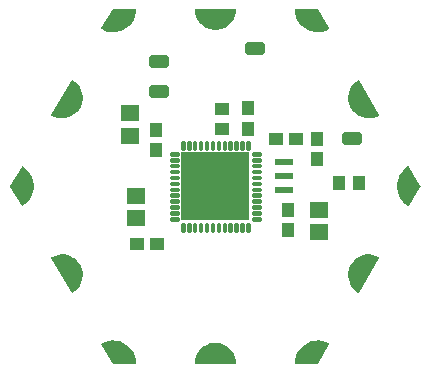
<source format=gbr>
G04 EAGLE Gerber RS-274X export*
G75*
%MOMM*%
%FSLAX34Y34*%
%LPD*%
%INSoldermask Bottom*%
%IPPOS*%
%AMOC8*
5,1,8,0,0,1.08239X$1,22.5*%
G01*
%ADD10R,1.101600X1.201600*%
%ADD11R,1.601600X1.401600*%
%ADD12C,0.225016*%
%ADD13R,5.801588X5.801588*%
%ADD14R,1.501597X0.501600*%
%ADD15R,1.201600X1.101600*%
%ADD16C,0.605878*%
%ADD17C,1.101600*%

G36*
X363231Y195709D02*
X363231Y195709D01*
X363260Y195706D01*
X363327Y195728D01*
X363397Y195742D01*
X363421Y195759D01*
X363449Y195768D01*
X363502Y195815D01*
X363561Y195855D01*
X363577Y195879D01*
X363599Y195899D01*
X363630Y195963D01*
X363668Y196022D01*
X363673Y196051D01*
X363685Y196077D01*
X363694Y196177D01*
X363701Y196219D01*
X363698Y196229D01*
X363700Y196243D01*
X363468Y199041D01*
X363458Y199075D01*
X363454Y199123D01*
X362765Y201844D01*
X362750Y201876D01*
X362738Y201922D01*
X361610Y204494D01*
X361590Y204522D01*
X361571Y204566D01*
X360035Y206917D01*
X360011Y206941D01*
X359985Y206982D01*
X358083Y209047D01*
X358055Y209068D01*
X358022Y209103D01*
X355807Y210828D01*
X355776Y210843D01*
X355738Y210873D01*
X353268Y212209D01*
X353235Y212219D01*
X353193Y212242D01*
X352007Y212650D01*
X350553Y213149D01*
X350537Y213154D01*
X350503Y213159D01*
X350457Y213174D01*
X347688Y213636D01*
X347653Y213635D01*
X347606Y213643D01*
X344798Y213643D01*
X344764Y213636D01*
X344716Y213636D01*
X341947Y213174D01*
X341914Y213162D01*
X341867Y213154D01*
X339211Y212242D01*
X339181Y212225D01*
X339136Y212209D01*
X336666Y210873D01*
X336640Y210851D01*
X336597Y210828D01*
X334382Y209103D01*
X334359Y209077D01*
X334321Y209047D01*
X332419Y206982D01*
X332401Y206952D01*
X332369Y206917D01*
X330833Y204566D01*
X330820Y204534D01*
X330794Y204494D01*
X329666Y201922D01*
X329659Y201889D01*
X329656Y201882D01*
X329650Y201873D01*
X329649Y201867D01*
X329639Y201844D01*
X328950Y199123D01*
X328948Y199088D01*
X328936Y199041D01*
X328704Y196243D01*
X328708Y196214D01*
X328703Y196185D01*
X328720Y196116D01*
X328728Y196046D01*
X328742Y196020D01*
X328749Y195992D01*
X328791Y195935D01*
X328826Y195873D01*
X328850Y195855D01*
X328867Y195832D01*
X328928Y195796D01*
X328985Y195753D01*
X329013Y195745D01*
X329038Y195730D01*
X329136Y195714D01*
X329177Y195703D01*
X329188Y195705D01*
X329202Y195703D01*
X363202Y195703D01*
X363231Y195709D01*
G37*
G36*
X347640Y478768D02*
X347640Y478768D01*
X347688Y478768D01*
X350457Y479230D01*
X350490Y479242D01*
X350537Y479250D01*
X353193Y480162D01*
X353223Y480179D01*
X353268Y480195D01*
X355738Y481531D01*
X355764Y481553D01*
X355807Y481576D01*
X358022Y483301D01*
X358045Y483327D01*
X358083Y483357D01*
X359985Y485422D01*
X360003Y485452D01*
X360035Y485487D01*
X361571Y487838D01*
X361584Y487870D01*
X361610Y487910D01*
X362738Y490482D01*
X362745Y490515D01*
X362765Y490560D01*
X363454Y493281D01*
X363456Y493316D01*
X363468Y493363D01*
X363700Y496161D01*
X363696Y496190D01*
X363701Y496219D01*
X363685Y496288D01*
X363676Y496358D01*
X363662Y496384D01*
X363655Y496412D01*
X363613Y496469D01*
X363578Y496531D01*
X363554Y496549D01*
X363537Y496572D01*
X363476Y496608D01*
X363419Y496651D01*
X363391Y496659D01*
X363366Y496674D01*
X363268Y496690D01*
X363227Y496701D01*
X363216Y496699D01*
X363202Y496701D01*
X329202Y496701D01*
X329173Y496695D01*
X329144Y496698D01*
X329077Y496676D01*
X329007Y496662D01*
X328983Y496645D01*
X328955Y496636D01*
X328902Y496589D01*
X328843Y496549D01*
X328828Y496525D01*
X328806Y496505D01*
X328774Y496441D01*
X328736Y496382D01*
X328731Y496353D01*
X328719Y496327D01*
X328710Y496227D01*
X328703Y496185D01*
X328706Y496175D01*
X328704Y496161D01*
X328936Y493363D01*
X328946Y493329D01*
X328950Y493281D01*
X329639Y490560D01*
X329654Y490528D01*
X329666Y490482D01*
X330794Y487910D01*
X330814Y487882D01*
X330833Y487838D01*
X332369Y485487D01*
X332393Y485463D01*
X332419Y485422D01*
X334321Y483357D01*
X334349Y483336D01*
X334382Y483301D01*
X336597Y481576D01*
X336628Y481561D01*
X336666Y481531D01*
X339136Y480195D01*
X339169Y480185D01*
X339211Y480162D01*
X341867Y479250D01*
X341901Y479246D01*
X341947Y479230D01*
X344716Y478768D01*
X344751Y478769D01*
X344798Y478761D01*
X347606Y478761D01*
X347640Y478768D01*
G37*
G36*
X224809Y256012D02*
X224809Y256012D01*
X224880Y256009D01*
X224907Y256019D01*
X224936Y256021D01*
X225026Y256063D01*
X225066Y256078D01*
X225074Y256086D01*
X225087Y256092D01*
X227390Y257691D01*
X227414Y257717D01*
X227454Y257744D01*
X229463Y259701D01*
X229482Y259730D01*
X229517Y259763D01*
X231176Y262024D01*
X231191Y262055D01*
X231220Y262094D01*
X232484Y264597D01*
X232493Y264631D01*
X232515Y264674D01*
X233351Y267351D01*
X233354Y267385D01*
X233369Y267431D01*
X233752Y270210D01*
X233750Y270244D01*
X233756Y270292D01*
X233677Y273095D01*
X233669Y273129D01*
X233668Y273177D01*
X233129Y275929D01*
X233115Y275961D01*
X233106Y276009D01*
X232121Y278634D01*
X232106Y278659D01*
X232101Y278679D01*
X232093Y278690D01*
X232086Y278709D01*
X230682Y281137D01*
X230659Y281163D01*
X230635Y281205D01*
X228851Y283368D01*
X228824Y283390D01*
X228793Y283427D01*
X226677Y285268D01*
X226647Y285285D01*
X226611Y285317D01*
X224220Y286784D01*
X224188Y286795D01*
X224147Y286821D01*
X221548Y287874D01*
X221514Y287881D01*
X221469Y287899D01*
X218732Y288510D01*
X218697Y288511D01*
X218650Y288522D01*
X215850Y288674D01*
X215816Y288669D01*
X215768Y288672D01*
X212980Y288362D01*
X212947Y288351D01*
X212899Y288346D01*
X210201Y287581D01*
X210171Y287565D01*
X210124Y287552D01*
X207589Y286353D01*
X207565Y286336D01*
X207538Y286326D01*
X207486Y286277D01*
X207429Y286234D01*
X207415Y286209D01*
X207394Y286189D01*
X207365Y286124D01*
X207329Y286063D01*
X207326Y286034D01*
X207314Y286007D01*
X207313Y285936D01*
X207304Y285865D01*
X207312Y285837D01*
X207312Y285808D01*
X207346Y285715D01*
X207358Y285674D01*
X207365Y285665D01*
X207370Y285652D01*
X224370Y256252D01*
X224389Y256230D01*
X224402Y256204D01*
X224455Y256156D01*
X224502Y256103D01*
X224528Y256091D01*
X224550Y256071D01*
X224617Y256048D01*
X224681Y256018D01*
X224710Y256016D01*
X224738Y256007D01*
X224809Y256012D01*
G37*
G36*
X476588Y403735D02*
X476588Y403735D01*
X476636Y403732D01*
X479424Y404042D01*
X479457Y404053D01*
X479505Y404058D01*
X482203Y404823D01*
X482233Y404839D01*
X482280Y404852D01*
X484815Y406051D01*
X484839Y406068D01*
X484866Y406078D01*
X484918Y406127D01*
X484975Y406170D01*
X484989Y406195D01*
X485011Y406215D01*
X485039Y406280D01*
X485075Y406342D01*
X485078Y406370D01*
X485090Y406397D01*
X485091Y406468D01*
X485100Y406539D01*
X485092Y406567D01*
X485092Y406596D01*
X485058Y406689D01*
X485046Y406730D01*
X485039Y406739D01*
X485034Y406752D01*
X468034Y436152D01*
X468015Y436174D01*
X468002Y436200D01*
X467949Y436248D01*
X467902Y436301D01*
X467876Y436313D01*
X467854Y436333D01*
X467787Y436356D01*
X467723Y436386D01*
X467694Y436388D01*
X467666Y436397D01*
X467595Y436392D01*
X467524Y436395D01*
X467497Y436385D01*
X467468Y436383D01*
X467378Y436341D01*
X467338Y436326D01*
X467330Y436318D01*
X467317Y436312D01*
X465014Y434713D01*
X464990Y434688D01*
X464950Y434660D01*
X462941Y432703D01*
X462922Y432674D01*
X462887Y432641D01*
X461228Y430380D01*
X461213Y430349D01*
X461184Y430310D01*
X459920Y427807D01*
X459911Y427773D01*
X459889Y427730D01*
X459053Y425053D01*
X459050Y425019D01*
X459035Y424973D01*
X458652Y422194D01*
X458654Y422160D01*
X458648Y422112D01*
X458727Y419309D01*
X458735Y419275D01*
X458736Y419227D01*
X459275Y416475D01*
X459289Y416443D01*
X459298Y416395D01*
X460283Y413770D01*
X460301Y413740D01*
X460318Y413695D01*
X461722Y411267D01*
X461745Y411241D01*
X461769Y411200D01*
X463553Y409036D01*
X463580Y409014D01*
X463611Y408977D01*
X465727Y407136D01*
X465757Y407119D01*
X465793Y407088D01*
X468184Y405620D01*
X468216Y405609D01*
X468257Y405583D01*
X470856Y404530D01*
X470890Y404523D01*
X470935Y404505D01*
X473672Y403894D01*
X473707Y403893D01*
X473754Y403882D01*
X476554Y403730D01*
X476588Y403735D01*
G37*
G36*
X467628Y256013D02*
X467628Y256013D01*
X467699Y256012D01*
X467726Y256023D01*
X467755Y256027D01*
X467817Y256061D01*
X467882Y256089D01*
X467903Y256110D01*
X467928Y256124D01*
X467991Y256200D01*
X468021Y256231D01*
X468025Y256241D01*
X468034Y256252D01*
X485034Y285652D01*
X485043Y285680D01*
X485060Y285704D01*
X485075Y285773D01*
X485097Y285841D01*
X485095Y285870D01*
X485101Y285898D01*
X485088Y285968D01*
X485082Y286039D01*
X485069Y286065D01*
X485063Y286093D01*
X485023Y286152D01*
X484991Y286215D01*
X484968Y286234D01*
X484952Y286258D01*
X484870Y286315D01*
X484837Y286342D01*
X484827Y286345D01*
X484815Y286353D01*
X482280Y287552D01*
X482246Y287560D01*
X482203Y287581D01*
X479505Y288346D01*
X479470Y288348D01*
X479424Y288362D01*
X476636Y288672D01*
X476602Y288669D01*
X476554Y288674D01*
X473754Y288522D01*
X473720Y288513D01*
X473672Y288510D01*
X470935Y287899D01*
X470903Y287885D01*
X470856Y287874D01*
X468257Y286821D01*
X468228Y286802D01*
X468184Y286784D01*
X465793Y285317D01*
X465768Y285293D01*
X465727Y285268D01*
X463611Y283427D01*
X463590Y283400D01*
X463553Y283368D01*
X461769Y281205D01*
X461753Y281174D01*
X461722Y281137D01*
X460318Y278709D01*
X460307Y278676D01*
X460300Y278663D01*
X460290Y278649D01*
X460290Y278646D01*
X460283Y278634D01*
X459298Y276009D01*
X459292Y275974D01*
X459275Y275929D01*
X458736Y273177D01*
X458736Y273143D01*
X458727Y273095D01*
X458648Y270292D01*
X458654Y270258D01*
X458652Y270210D01*
X459035Y267431D01*
X459047Y267399D01*
X459053Y267351D01*
X459889Y264674D01*
X459906Y264643D01*
X459920Y264597D01*
X461184Y262094D01*
X461206Y262067D01*
X461228Y262024D01*
X462887Y259763D01*
X462913Y259740D01*
X462941Y259701D01*
X464950Y257744D01*
X464979Y257725D01*
X465014Y257691D01*
X467317Y256092D01*
X467344Y256080D01*
X467367Y256062D01*
X467435Y256041D01*
X467500Y256013D01*
X467529Y256013D01*
X467557Y256005D01*
X467628Y256013D01*
G37*
G36*
X218650Y403882D02*
X218650Y403882D01*
X218684Y403891D01*
X218732Y403894D01*
X221469Y404505D01*
X221501Y404519D01*
X221548Y404530D01*
X224147Y405583D01*
X224176Y405602D01*
X224220Y405620D01*
X226611Y407088D01*
X226636Y407111D01*
X226677Y407136D01*
X228793Y408977D01*
X228814Y409004D01*
X228851Y409036D01*
X230635Y411200D01*
X230651Y411230D01*
X230682Y411267D01*
X232086Y413695D01*
X232097Y413728D01*
X232121Y413770D01*
X233106Y416395D01*
X233112Y416430D01*
X233129Y416475D01*
X233668Y419227D01*
X233668Y419262D01*
X233677Y419309D01*
X233756Y422112D01*
X233751Y422146D01*
X233752Y422194D01*
X233369Y424973D01*
X233357Y425005D01*
X233351Y425053D01*
X232515Y427730D01*
X232498Y427761D01*
X232484Y427807D01*
X231220Y430310D01*
X231198Y430337D01*
X231176Y430380D01*
X229517Y432641D01*
X229491Y432664D01*
X229463Y432703D01*
X227454Y434660D01*
X227425Y434679D01*
X227390Y434713D01*
X225087Y436312D01*
X225060Y436324D01*
X225037Y436342D01*
X224969Y436363D01*
X224904Y436391D01*
X224875Y436391D01*
X224847Y436399D01*
X224776Y436391D01*
X224705Y436392D01*
X224678Y436381D01*
X224649Y436377D01*
X224587Y436343D01*
X224522Y436315D01*
X224501Y436294D01*
X224476Y436280D01*
X224413Y436204D01*
X224383Y436173D01*
X224379Y436163D01*
X224370Y436152D01*
X207370Y406752D01*
X207361Y406724D01*
X207344Y406700D01*
X207329Y406631D01*
X207307Y406563D01*
X207309Y406534D01*
X207303Y406506D01*
X207316Y406436D01*
X207322Y406365D01*
X207335Y406339D01*
X207341Y406311D01*
X207381Y406252D01*
X207413Y406189D01*
X207436Y406170D01*
X207452Y406146D01*
X207534Y406089D01*
X207567Y406062D01*
X207577Y406059D01*
X207589Y406051D01*
X210124Y404852D01*
X210158Y404844D01*
X210201Y404823D01*
X212899Y404058D01*
X212934Y404056D01*
X212980Y404042D01*
X215768Y403732D01*
X215802Y403735D01*
X215850Y403730D01*
X218650Y403882D01*
G37*
G36*
X509929Y329213D02*
X509929Y329213D01*
X510000Y329213D01*
X510027Y329224D01*
X510056Y329227D01*
X510118Y329262D01*
X510183Y329290D01*
X510204Y329310D01*
X510229Y329325D01*
X510292Y329402D01*
X510322Y329432D01*
X510326Y329442D01*
X510335Y329453D01*
X519835Y345953D01*
X519845Y345985D01*
X519854Y345998D01*
X519858Y346022D01*
X519859Y346026D01*
X519890Y346096D01*
X519890Y346120D01*
X519898Y346142D01*
X519892Y346218D01*
X519893Y346295D01*
X519883Y346319D01*
X519882Y346340D01*
X519861Y346379D01*
X519835Y346451D01*
X510335Y362951D01*
X510316Y362973D01*
X510303Y362999D01*
X510250Y363047D01*
X510203Y363100D01*
X510177Y363113D01*
X510156Y363132D01*
X510088Y363155D01*
X510024Y363186D01*
X509995Y363188D01*
X509968Y363197D01*
X509896Y363192D01*
X509825Y363195D01*
X509798Y363185D01*
X509769Y363183D01*
X509679Y363141D01*
X509639Y363126D01*
X509631Y363119D01*
X509618Y363113D01*
X507095Y361371D01*
X507071Y361347D01*
X507033Y361320D01*
X504821Y359196D01*
X504802Y359168D01*
X504768Y359136D01*
X502926Y356685D01*
X502912Y356654D01*
X502883Y356617D01*
X501458Y353902D01*
X501449Y353871D01*
X501433Y353846D01*
X501432Y353838D01*
X501427Y353828D01*
X500456Y350920D01*
X500452Y350886D01*
X500437Y350842D01*
X499945Y347815D01*
X499946Y347781D01*
X499938Y347735D01*
X499938Y344669D01*
X499939Y344665D01*
X499939Y344663D01*
X499945Y344636D01*
X499945Y344589D01*
X500437Y341562D01*
X500449Y341531D01*
X500456Y341484D01*
X501427Y338576D01*
X501444Y338547D01*
X501458Y338502D01*
X502883Y335787D01*
X502905Y335761D01*
X502926Y335719D01*
X504768Y333268D01*
X504793Y333245D01*
X504821Y333208D01*
X507033Y331084D01*
X507061Y331066D01*
X507095Y331033D01*
X509618Y329291D01*
X509645Y329280D01*
X509667Y329261D01*
X509736Y329241D01*
X509801Y329213D01*
X509830Y329213D01*
X509858Y329205D01*
X509929Y329213D01*
G37*
G36*
X182508Y329212D02*
X182508Y329212D01*
X182579Y329209D01*
X182606Y329219D01*
X182635Y329221D01*
X182725Y329263D01*
X182765Y329278D01*
X182773Y329285D01*
X182786Y329291D01*
X185309Y331033D01*
X185333Y331057D01*
X185371Y331084D01*
X187583Y333208D01*
X187602Y333236D01*
X187636Y333268D01*
X189478Y335719D01*
X189492Y335750D01*
X189521Y335787D01*
X190946Y338502D01*
X190955Y338535D01*
X190977Y338576D01*
X191948Y341484D01*
X191952Y341518D01*
X191967Y341562D01*
X192459Y344589D01*
X192458Y344623D01*
X192466Y344669D01*
X192466Y347735D01*
X192459Y347768D01*
X192459Y347815D01*
X191967Y350842D01*
X191955Y350873D01*
X191948Y350920D01*
X190977Y353828D01*
X190964Y353851D01*
X190958Y353876D01*
X190951Y353885D01*
X190946Y353902D01*
X189521Y356617D01*
X189499Y356643D01*
X189478Y356685D01*
X187636Y359136D01*
X187611Y359159D01*
X187583Y359196D01*
X185371Y361320D01*
X185343Y361338D01*
X185309Y361371D01*
X182786Y363113D01*
X182759Y363124D01*
X182737Y363143D01*
X182668Y363163D01*
X182603Y363191D01*
X182574Y363191D01*
X182546Y363199D01*
X182475Y363191D01*
X182404Y363192D01*
X182377Y363180D01*
X182348Y363177D01*
X182286Y363142D01*
X182221Y363114D01*
X182200Y363094D01*
X182175Y363079D01*
X182112Y363002D01*
X182082Y362972D01*
X182078Y362962D01*
X182069Y362951D01*
X172569Y346451D01*
X172545Y346378D01*
X172514Y346308D01*
X172514Y346284D01*
X172506Y346262D01*
X172513Y346186D01*
X172512Y346109D01*
X172521Y346085D01*
X172522Y346064D01*
X172543Y346025D01*
X172562Y345973D01*
X172563Y345967D01*
X172565Y345965D01*
X172569Y345953D01*
X182069Y329453D01*
X182088Y329431D01*
X182101Y329405D01*
X182154Y329357D01*
X182201Y329304D01*
X182227Y329291D01*
X182249Y329272D01*
X182316Y329249D01*
X182380Y329218D01*
X182409Y329217D01*
X182436Y329207D01*
X182508Y329212D01*
G37*
G36*
X432878Y195718D02*
X432878Y195718D01*
X432956Y195727D01*
X432975Y195738D01*
X432997Y195742D01*
X433061Y195786D01*
X433129Y195825D01*
X433145Y195844D01*
X433161Y195855D01*
X433185Y195893D01*
X433235Y195953D01*
X442735Y212453D01*
X442744Y212480D01*
X442760Y212504D01*
X442775Y212574D01*
X442798Y212642D01*
X442795Y212670D01*
X442801Y212698D01*
X442788Y212769D01*
X442782Y212840D01*
X442769Y212865D01*
X442763Y212893D01*
X442723Y212953D01*
X442690Y213016D01*
X442668Y213034D01*
X442652Y213058D01*
X442569Y213116D01*
X442537Y213143D01*
X442526Y213146D01*
X442516Y213153D01*
X439750Y214462D01*
X439717Y214470D01*
X439674Y214490D01*
X436734Y215338D01*
X436700Y215341D01*
X436656Y215354D01*
X433618Y215719D01*
X433584Y215716D01*
X433537Y215722D01*
X430480Y215595D01*
X430447Y215587D01*
X430400Y215586D01*
X427403Y214970D01*
X427372Y214957D01*
X427326Y214948D01*
X424466Y213859D01*
X424438Y213841D01*
X424394Y213825D01*
X421746Y212291D01*
X421720Y212269D01*
X421680Y212246D01*
X419312Y210308D01*
X419290Y210281D01*
X419254Y210252D01*
X417227Y207959D01*
X417211Y207930D01*
X417179Y207895D01*
X415547Y205307D01*
X415535Y205275D01*
X415510Y205236D01*
X414314Y202419D01*
X414307Y202386D01*
X414304Y202379D01*
X414300Y202373D01*
X414299Y202367D01*
X414288Y202343D01*
X413560Y199371D01*
X413558Y199337D01*
X413547Y199292D01*
X413304Y196242D01*
X413308Y196213D01*
X413303Y196185D01*
X413320Y196116D01*
X413328Y196044D01*
X413343Y196020D01*
X413349Y195992D01*
X413392Y195934D01*
X413428Y195872D01*
X413450Y195855D01*
X413467Y195832D01*
X413529Y195795D01*
X413586Y195752D01*
X413614Y195745D01*
X413638Y195730D01*
X413738Y195714D01*
X413779Y195703D01*
X413789Y195705D01*
X413802Y195703D01*
X432802Y195703D01*
X432878Y195718D01*
G37*
G36*
X433571Y476687D02*
X433571Y476687D01*
X433618Y476685D01*
X436656Y477050D01*
X436688Y477061D01*
X436734Y477066D01*
X439674Y477914D01*
X439704Y477930D01*
X439750Y477942D01*
X442516Y479251D01*
X442538Y479268D01*
X442565Y479278D01*
X442617Y479327D01*
X442675Y479370D01*
X442689Y479395D01*
X442710Y479414D01*
X442739Y479480D01*
X442775Y479542D01*
X442778Y479570D01*
X442790Y479596D01*
X442791Y479668D01*
X442800Y479739D01*
X442792Y479766D01*
X442793Y479795D01*
X442757Y479890D01*
X442746Y479930D01*
X442739Y479939D01*
X442735Y479951D01*
X433235Y496451D01*
X433183Y496510D01*
X433137Y496572D01*
X433118Y496583D01*
X433103Y496600D01*
X433033Y496634D01*
X432966Y496674D01*
X432942Y496678D01*
X432924Y496686D01*
X432879Y496688D01*
X432802Y496701D01*
X413802Y496701D01*
X413774Y496696D01*
X413746Y496698D01*
X413678Y496676D01*
X413607Y496662D01*
X413584Y496646D01*
X413557Y496637D01*
X413502Y496590D01*
X413443Y496549D01*
X413428Y496525D01*
X413407Y496507D01*
X413375Y496442D01*
X413336Y496382D01*
X413331Y496354D01*
X413319Y496328D01*
X413310Y496227D01*
X413303Y496185D01*
X413305Y496175D01*
X413304Y496162D01*
X413547Y493112D01*
X413556Y493080D01*
X413560Y493033D01*
X414288Y490061D01*
X414303Y490030D01*
X414314Y489985D01*
X415510Y487168D01*
X415529Y487140D01*
X415547Y487097D01*
X417179Y484509D01*
X417203Y484485D01*
X417227Y484445D01*
X419254Y482152D01*
X419281Y482132D01*
X419312Y482096D01*
X421680Y480158D01*
X421710Y480142D01*
X421746Y480113D01*
X424394Y478580D01*
X424426Y478569D01*
X424466Y478545D01*
X427326Y477457D01*
X427359Y477451D01*
X427403Y477434D01*
X430400Y476818D01*
X430434Y476818D01*
X430480Y476809D01*
X433537Y476682D01*
X433571Y476687D01*
G37*
G36*
X278630Y195708D02*
X278630Y195708D01*
X278658Y195706D01*
X278726Y195728D01*
X278797Y195742D01*
X278820Y195758D01*
X278847Y195767D01*
X278902Y195814D01*
X278961Y195855D01*
X278976Y195879D01*
X278998Y195897D01*
X279029Y195962D01*
X279068Y196022D01*
X279073Y196050D01*
X279085Y196076D01*
X279094Y196177D01*
X279101Y196219D01*
X279099Y196229D01*
X279100Y196242D01*
X278857Y199292D01*
X278848Y199324D01*
X278844Y199371D01*
X278116Y202343D01*
X278101Y202374D01*
X278090Y202419D01*
X276894Y205236D01*
X276875Y205264D01*
X276857Y205307D01*
X275225Y207895D01*
X275201Y207919D01*
X275177Y207959D01*
X273150Y210252D01*
X273123Y210272D01*
X273092Y210308D01*
X270725Y212246D01*
X270694Y212262D01*
X270658Y212291D01*
X268010Y213825D01*
X267978Y213835D01*
X267938Y213859D01*
X265078Y214948D01*
X265045Y214953D01*
X265001Y214970D01*
X262004Y215586D01*
X261970Y215586D01*
X261924Y215595D01*
X258867Y215722D01*
X258833Y215717D01*
X258786Y215719D01*
X255748Y215354D01*
X255716Y215343D01*
X255670Y215338D01*
X252730Y214490D01*
X252700Y214474D01*
X252655Y214462D01*
X249889Y213153D01*
X249866Y213136D01*
X249839Y213126D01*
X249787Y213077D01*
X249729Y213034D01*
X249715Y213009D01*
X249694Y212990D01*
X249665Y212924D01*
X249629Y212862D01*
X249626Y212834D01*
X249614Y212808D01*
X249613Y212736D01*
X249604Y212665D01*
X249612Y212638D01*
X249612Y212609D01*
X249647Y212514D01*
X249658Y212474D01*
X249665Y212465D01*
X249669Y212453D01*
X259169Y195953D01*
X259221Y195895D01*
X259267Y195832D01*
X259286Y195821D01*
X259301Y195804D01*
X259371Y195770D01*
X259438Y195730D01*
X259463Y195726D01*
X259480Y195718D01*
X259525Y195716D01*
X259602Y195703D01*
X278602Y195703D01*
X278630Y195708D01*
G37*
G36*
X261924Y476809D02*
X261924Y476809D01*
X261957Y476817D01*
X262004Y476818D01*
X265001Y477434D01*
X265032Y477447D01*
X265078Y477457D01*
X267938Y478545D01*
X267967Y478563D01*
X268010Y478580D01*
X270658Y480113D01*
X270684Y480135D01*
X270725Y480158D01*
X273092Y482096D01*
X273114Y482123D01*
X273150Y482152D01*
X275177Y484445D01*
X275194Y484474D01*
X275225Y484509D01*
X276857Y487097D01*
X276869Y487129D01*
X276894Y487168D01*
X278090Y489985D01*
X278097Y490018D01*
X278116Y490061D01*
X278844Y493033D01*
X278846Y493067D01*
X278857Y493112D01*
X279100Y496162D01*
X279096Y496191D01*
X279101Y496219D01*
X279084Y496288D01*
X279076Y496360D01*
X279062Y496384D01*
X279055Y496412D01*
X279012Y496470D01*
X278977Y496532D01*
X278954Y496549D01*
X278937Y496572D01*
X278875Y496609D01*
X278818Y496652D01*
X278790Y496659D01*
X278766Y496674D01*
X278666Y496690D01*
X278625Y496701D01*
X278615Y496699D01*
X278602Y496701D01*
X259602Y496701D01*
X259526Y496686D01*
X259448Y496677D01*
X259429Y496666D01*
X259407Y496662D01*
X259343Y496618D01*
X259275Y496579D01*
X259259Y496560D01*
X259243Y496549D01*
X259219Y496511D01*
X259169Y496451D01*
X249669Y479951D01*
X249660Y479924D01*
X249644Y479900D01*
X249629Y479830D01*
X249606Y479762D01*
X249609Y479734D01*
X249603Y479706D01*
X249617Y479636D01*
X249622Y479564D01*
X249635Y479539D01*
X249641Y479511D01*
X249681Y479451D01*
X249714Y479388D01*
X249736Y479370D01*
X249752Y479346D01*
X249835Y479288D01*
X249867Y479261D01*
X249878Y479258D01*
X249889Y479251D01*
X252655Y477942D01*
X252688Y477934D01*
X252730Y477914D01*
X255670Y477066D01*
X255704Y477063D01*
X255748Y477050D01*
X258786Y476685D01*
X258820Y476688D01*
X258867Y476682D01*
X261924Y476809D01*
G37*
D10*
X432090Y369521D03*
X432090Y386521D03*
D11*
X433587Y307328D03*
X433587Y326328D03*
D12*
X377819Y373069D02*
X377819Y374335D01*
X383585Y374335D01*
X383585Y373069D01*
X377819Y373069D01*
X377819Y369335D02*
X377819Y368069D01*
X377819Y369335D02*
X383585Y369335D01*
X383585Y368069D01*
X377819Y368069D01*
X377819Y364335D02*
X377819Y363069D01*
X377819Y364335D02*
X383585Y364335D01*
X383585Y363069D01*
X377819Y363069D01*
X377819Y359335D02*
X377819Y358069D01*
X377819Y359335D02*
X383585Y359335D01*
X383585Y358069D01*
X377819Y358069D01*
X377819Y354335D02*
X377819Y353069D01*
X377819Y354335D02*
X383585Y354335D01*
X383585Y353069D01*
X377819Y353069D01*
X377819Y349335D02*
X377819Y348069D01*
X377819Y349335D02*
X383585Y349335D01*
X383585Y348069D01*
X377819Y348069D01*
X377819Y344335D02*
X377819Y343069D01*
X377819Y344335D02*
X383585Y344335D01*
X383585Y343069D01*
X377819Y343069D01*
X377819Y339335D02*
X377819Y338069D01*
X377819Y339335D02*
X383585Y339335D01*
X383585Y338069D01*
X377819Y338069D01*
X377819Y334335D02*
X377819Y333069D01*
X377819Y334335D02*
X383585Y334335D01*
X383585Y333069D01*
X377819Y333069D01*
X377819Y329335D02*
X377819Y328069D01*
X377819Y329335D02*
X383585Y329335D01*
X383585Y328069D01*
X377819Y328069D01*
X377819Y324335D02*
X377819Y323069D01*
X377819Y324335D02*
X383585Y324335D01*
X383585Y323069D01*
X377819Y323069D01*
X377819Y319335D02*
X377819Y318069D01*
X377819Y319335D02*
X383585Y319335D01*
X383585Y318069D01*
X377819Y318069D01*
X374335Y314585D02*
X373069Y314585D01*
X374335Y314585D02*
X374335Y308819D01*
X373069Y308819D01*
X373069Y314585D01*
X373069Y310956D02*
X374335Y310956D01*
X374335Y313093D02*
X373069Y313093D01*
X369335Y314585D02*
X368069Y314585D01*
X369335Y314585D02*
X369335Y308819D01*
X368069Y308819D01*
X368069Y314585D01*
X368069Y310956D02*
X369335Y310956D01*
X369335Y313093D02*
X368069Y313093D01*
X364335Y314585D02*
X363069Y314585D01*
X364335Y314585D02*
X364335Y308819D01*
X363069Y308819D01*
X363069Y314585D01*
X363069Y310956D02*
X364335Y310956D01*
X364335Y313093D02*
X363069Y313093D01*
X359335Y314585D02*
X358069Y314585D01*
X359335Y314585D02*
X359335Y308819D01*
X358069Y308819D01*
X358069Y314585D01*
X358069Y310956D02*
X359335Y310956D01*
X359335Y313093D02*
X358069Y313093D01*
X354335Y314585D02*
X353069Y314585D01*
X354335Y314585D02*
X354335Y308819D01*
X353069Y308819D01*
X353069Y314585D01*
X353069Y310956D02*
X354335Y310956D01*
X354335Y313093D02*
X353069Y313093D01*
X349335Y314585D02*
X348069Y314585D01*
X349335Y314585D02*
X349335Y308819D01*
X348069Y308819D01*
X348069Y314585D01*
X348069Y310956D02*
X349335Y310956D01*
X349335Y313093D02*
X348069Y313093D01*
X344335Y314585D02*
X343069Y314585D01*
X344335Y314585D02*
X344335Y308819D01*
X343069Y308819D01*
X343069Y314585D01*
X343069Y310956D02*
X344335Y310956D01*
X344335Y313093D02*
X343069Y313093D01*
X339335Y314585D02*
X338069Y314585D01*
X339335Y314585D02*
X339335Y308819D01*
X338069Y308819D01*
X338069Y314585D01*
X338069Y310956D02*
X339335Y310956D01*
X339335Y313093D02*
X338069Y313093D01*
X334335Y314585D02*
X333069Y314585D01*
X334335Y314585D02*
X334335Y308819D01*
X333069Y308819D01*
X333069Y314585D01*
X333069Y310956D02*
X334335Y310956D01*
X334335Y313093D02*
X333069Y313093D01*
X329335Y314585D02*
X328069Y314585D01*
X329335Y314585D02*
X329335Y308819D01*
X328069Y308819D01*
X328069Y314585D01*
X328069Y310956D02*
X329335Y310956D01*
X329335Y313093D02*
X328069Y313093D01*
X324335Y314585D02*
X323069Y314585D01*
X324335Y314585D02*
X324335Y308819D01*
X323069Y308819D01*
X323069Y314585D01*
X323069Y310956D02*
X324335Y310956D01*
X324335Y313093D02*
X323069Y313093D01*
X319335Y314585D02*
X318069Y314585D01*
X319335Y314585D02*
X319335Y308819D01*
X318069Y308819D01*
X318069Y314585D01*
X318069Y310956D02*
X319335Y310956D01*
X319335Y313093D02*
X318069Y313093D01*
X314585Y318069D02*
X314585Y319335D01*
X314585Y318069D02*
X308819Y318069D01*
X308819Y319335D01*
X314585Y319335D01*
X314585Y323069D02*
X314585Y324335D01*
X314585Y323069D02*
X308819Y323069D01*
X308819Y324335D01*
X314585Y324335D01*
X314585Y328069D02*
X314585Y329335D01*
X314585Y328069D02*
X308819Y328069D01*
X308819Y329335D01*
X314585Y329335D01*
X314585Y333069D02*
X314585Y334335D01*
X314585Y333069D02*
X308819Y333069D01*
X308819Y334335D01*
X314585Y334335D01*
X314585Y338069D02*
X314585Y339335D01*
X314585Y338069D02*
X308819Y338069D01*
X308819Y339335D01*
X314585Y339335D01*
X314585Y343069D02*
X314585Y344335D01*
X314585Y343069D02*
X308819Y343069D01*
X308819Y344335D01*
X314585Y344335D01*
X314585Y348069D02*
X314585Y349335D01*
X314585Y348069D02*
X308819Y348069D01*
X308819Y349335D01*
X314585Y349335D01*
X314585Y353069D02*
X314585Y354335D01*
X314585Y353069D02*
X308819Y353069D01*
X308819Y354335D01*
X314585Y354335D01*
X314585Y358069D02*
X314585Y359335D01*
X314585Y358069D02*
X308819Y358069D01*
X308819Y359335D01*
X314585Y359335D01*
X314585Y363069D02*
X314585Y364335D01*
X314585Y363069D02*
X308819Y363069D01*
X308819Y364335D01*
X314585Y364335D01*
X314585Y368069D02*
X314585Y369335D01*
X314585Y368069D02*
X308819Y368069D01*
X308819Y369335D01*
X314585Y369335D01*
X314585Y373069D02*
X314585Y374335D01*
X314585Y373069D02*
X308819Y373069D01*
X308819Y374335D01*
X314585Y374335D01*
X318069Y377819D02*
X319335Y377819D01*
X318069Y377819D02*
X318069Y383585D01*
X319335Y383585D01*
X319335Y377819D01*
X319335Y379956D02*
X318069Y379956D01*
X318069Y382093D02*
X319335Y382093D01*
X323069Y377819D02*
X324335Y377819D01*
X323069Y377819D02*
X323069Y383585D01*
X324335Y383585D01*
X324335Y377819D01*
X324335Y379956D02*
X323069Y379956D01*
X323069Y382093D02*
X324335Y382093D01*
X328069Y377819D02*
X329335Y377819D01*
X328069Y377819D02*
X328069Y383585D01*
X329335Y383585D01*
X329335Y377819D01*
X329335Y379956D02*
X328069Y379956D01*
X328069Y382093D02*
X329335Y382093D01*
X333069Y377819D02*
X334335Y377819D01*
X333069Y377819D02*
X333069Y383585D01*
X334335Y383585D01*
X334335Y377819D01*
X334335Y379956D02*
X333069Y379956D01*
X333069Y382093D02*
X334335Y382093D01*
X338069Y377819D02*
X339335Y377819D01*
X338069Y377819D02*
X338069Y383585D01*
X339335Y383585D01*
X339335Y377819D01*
X339335Y379956D02*
X338069Y379956D01*
X338069Y382093D02*
X339335Y382093D01*
X343069Y377819D02*
X344335Y377819D01*
X343069Y377819D02*
X343069Y383585D01*
X344335Y383585D01*
X344335Y377819D01*
X344335Y379956D02*
X343069Y379956D01*
X343069Y382093D02*
X344335Y382093D01*
X348069Y377819D02*
X349335Y377819D01*
X348069Y377819D02*
X348069Y383585D01*
X349335Y383585D01*
X349335Y377819D01*
X349335Y379956D02*
X348069Y379956D01*
X348069Y382093D02*
X349335Y382093D01*
X353069Y377819D02*
X354335Y377819D01*
X353069Y377819D02*
X353069Y383585D01*
X354335Y383585D01*
X354335Y377819D01*
X354335Y379956D02*
X353069Y379956D01*
X353069Y382093D02*
X354335Y382093D01*
X358069Y377819D02*
X359335Y377819D01*
X358069Y377819D02*
X358069Y383585D01*
X359335Y383585D01*
X359335Y377819D01*
X359335Y379956D02*
X358069Y379956D01*
X358069Y382093D02*
X359335Y382093D01*
X363069Y377819D02*
X364335Y377819D01*
X363069Y377819D02*
X363069Y383585D01*
X364335Y383585D01*
X364335Y377819D01*
X364335Y379956D02*
X363069Y379956D01*
X363069Y382093D02*
X364335Y382093D01*
X368069Y377819D02*
X369335Y377819D01*
X368069Y377819D02*
X368069Y383585D01*
X369335Y383585D01*
X369335Y377819D01*
X369335Y379956D02*
X368069Y379956D01*
X368069Y382093D02*
X369335Y382093D01*
X373069Y377819D02*
X374335Y377819D01*
X373069Y377819D02*
X373069Y383585D01*
X374335Y383585D01*
X374335Y377819D01*
X374335Y379956D02*
X373069Y379956D01*
X373069Y382093D02*
X374335Y382093D01*
D13*
X346202Y346202D03*
D14*
X404335Y366820D03*
X404335Y354820D03*
X404335Y342820D03*
D15*
X352100Y411972D03*
X352100Y394972D03*
D11*
X279212Y338293D03*
X279212Y319293D03*
X273873Y388889D03*
X273873Y407889D03*
D10*
X407266Y309424D03*
X407266Y326424D03*
X373883Y395124D03*
X373883Y412124D03*
X295476Y377115D03*
X295476Y394115D03*
D15*
X296838Y297480D03*
X279838Y297480D03*
X397659Y386474D03*
X414659Y386474D03*
D10*
X467463Y349413D03*
X450463Y349413D03*
D16*
X303421Y424749D02*
X292463Y424749D01*
X292463Y429707D01*
X303421Y429707D01*
X303421Y424749D01*
X303421Y455107D02*
X292463Y455107D01*
X303421Y455107D02*
X303421Y450149D01*
X292463Y450149D01*
X292463Y455107D01*
X373997Y466029D02*
X384955Y466029D01*
X384955Y461071D01*
X373997Y461071D01*
X373997Y466029D01*
X456293Y389829D02*
X467251Y389829D01*
X467251Y384871D01*
X456293Y384871D01*
X456293Y389829D01*
D17*
X428802Y489302D03*
X511402Y346202D03*
X428802Y203102D03*
X263602Y203102D03*
X181002Y346202D03*
X263602Y489302D03*
X470102Y417702D03*
X470102Y274702D03*
X346202Y203102D03*
X222302Y274702D03*
X222302Y417702D03*
X346202Y489302D03*
M02*

</source>
